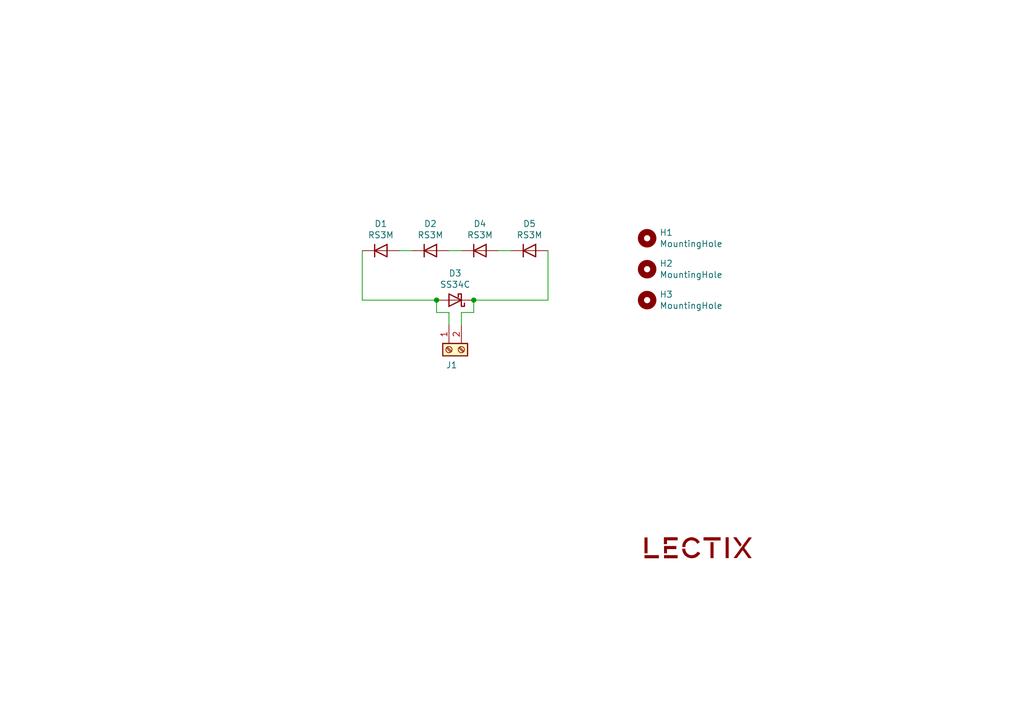
<source format=kicad_sch>
(kicad_sch (version 20211123) (generator eeschema)
  (paper "A5")
  (title_block (title "LEC001021") (date "2023-03-23") (rev "1.0") (company "LECTIX") (comment 1 "CERN-OHL-S-2.0 license"))
  (lib_symbols
    (symbol "0_connectors:Screw_Terminal_01x02_blue" (pin_names (offset 1.016) hide)
      (property "Reference" "J" (at 0 2.54 0))
      (property "Value" "0_connectors_Screw_Terminal_01x02_blue" (at 0 -5.08 0))
      (symbol "Screw_Terminal_01x02_blue_1_1"
        (rectangle (start -1.27 1.27) (end 1.27 -3.81) (stroke (width 0.254)) (fill (type background)))
        (circle (center 0 -2.54) (radius 0.635) (stroke (width 0.1524)))
        (polyline (pts (xy -0.5334 -2.2098) (xy 0.3302 -3.048)) (stroke (width 0.1524)))
        (polyline (pts (xy -0.5334 0.3302) (xy 0.3302 -0.508)) (stroke (width 0.1524)))
        (polyline (pts (xy -0.3556 -2.032) (xy 0.508 -2.8702)) (stroke (width 0.1524)))
        (polyline (pts (xy -0.3556 0.508) (xy 0.508 -0.3302)) (stroke (width 0.1524)))
        (circle (center 0 0) (radius 0.635) (stroke (width 0.1524)))
        (pin passive line (at -5.08 0 0) (length 3.81) (name "Pin_1") (number "1"))
        (pin passive line (at -5.08 -2.54 0) (length 3.81) (name "Pin_2") (number "2"))
      )
    )
    (symbol "0_diode:RS3M" (pin_numbers hide) (pin_names (offset 1.016) hide)
      (property "Reference" "D" (at 0 2.54 0))
      (property "Value" "0_diode_RS3M" (at 0 -2.54 0))
      (symbol "RS3M_0_1"
        (polyline (pts (xy -1.27 1.27) (xy -1.27 -1.27)) (stroke (width 0.254)))
        (polyline (pts (xy 1.27 0) (xy -1.27 0)))
        (polyline (pts (xy 1.27 1.27) (xy 1.27 -1.27) (xy -1.27 0) (xy 1.27 1.27)) (stroke (width 0.254)))
      )
      (symbol "RS3M_1_1"
        (pin passive line (at -3.81 0 0) (length 2.54) (name "K") (number "1"))
        (pin passive line (at 3.81 0 180) (length 2.54) (name "A") (number "2"))
      )
    )
    (symbol "0_diode:SS34C" (pin_numbers hide) (pin_names (offset 1.016) hide)
      (property "Reference" "D" (at 0 2.54 0))
      (property "Value" "0_diode_SS34C" (at 0 -2.54 0))
      (symbol "SS34C_0_1"
        (polyline (pts (xy 1.27 0) (xy -1.27 0)))
        (polyline (pts (xy 1.27 1.27) (xy 1.27 -1.27) (xy -1.27 0) (xy 1.27 1.27)) (stroke (width 0.254)))
        (polyline (pts (xy -1.905 0.635) (xy -1.905 1.27) (xy -1.27 1.27) (xy -1.27 -1.27) (xy -0.635 -1.27) (xy -0.635 -0.635)) (stroke (width 0.254)))
      )
      (symbol "SS34C_1_1"
        (pin passive line (at -3.81 0 0) (length 2.54) (name "K") (number "1"))
        (pin passive line (at 3.81 0 180) (length 2.54) (name "A") (number "2"))
      )
    )
    (symbol "0_logos:logo_lectix_25mm" (pin_names (offset 1.016))
      (symbol "logo_lectix_25mm_0_0"
        (polyline (pts (xy -10.1092 2.0574) (xy -10.668 2.0574) (xy -10.668 -1.1176) (xy -10.1092 -1.1176) (xy -10.1092 2.0574)) (stroke (width 0.0254)) (fill (type outline)))
        (polyline (pts (xy -7.7978 -1.5748) (xy -10.668 -1.5748) (xy -10.668 -2.1336) (xy -7.7978 -2.1336) (xy -7.7978 -1.5748)) (stroke (width 0.0254)) (fill (type outline)))
        (polyline (pts (xy -3.937 -1.5748) (xy -6.6548 -1.5748) (xy -6.6548 -2.1336) (xy -3.937 -2.1336) (xy -3.937 -1.5748)) (stroke (width 0.0254)) (fill (type outline)))
        (polyline (pts (xy 3.429 1.0922) (xy 2.8702 1.0922) (xy 2.8702 -2.1082) (xy 3.429 -2.1082) (xy 3.429 1.0922)) (stroke (width 0.0254)) (fill (type outline)))
        (polyline (pts (xy 4.8768 2.0828) (xy 1.4478 2.0828) (xy 1.4478 1.524) (xy 4.8768 1.524) (xy 4.8768 2.0828)) (stroke (width 0.0254)) (fill (type outline)))
        (polyline (pts (xy 6.5278 2.0828) (xy 5.9944 2.0828) (xy 5.9944 -2.1082) (xy 6.5278 -2.1082) (xy 6.5278 2.0828)) (stroke (width 0.0254)) (fill (type outline)))
        (polyline (pts (xy -6.1214 -0.254) (xy -4.2164 -0.254) (xy -4.2164 0.3048) (xy -6.6548 0.3048) (xy -6.6548 -1.1176) (xy -6.1214 -1.1176) (xy -6.1214 -0.254)) (stroke (width 0.0254)) (fill (type outline)))
        (polyline (pts (xy -6.1214 1.5494) (xy -3.937 1.5494) (xy -3.937 2.0828) (xy -6.6802 2.0828) (xy -6.6802 0.762) (xy -6.1214 0.762) (xy -6.1214 1.5494)) (stroke (width 0.0254)) (fill (type outline)))
        (polyline (pts (xy 8.9916 0.381) (xy 9.017 0.4318) (xy 9.0424 0.4572) (xy 9.0678 0.508) (xy 9.0932 0.5334) (xy 9.1186 0.5842) (xy 9.144 0.6096) (xy 9.144 0.635) (xy 9.1694 0.635) (xy 9.1694 0.6604) (xy 9.1186 0.7112) (xy 9.0678 0.8128) (xy 9.017 0.8636) (xy 8.9916 0.9144) (xy 8.9408 0.9906) (xy 8.89 1.0414) (xy 8.8392 1.1176) (xy 8.763 1.1938) (xy 8.7122 1.2954) (xy 8.6614 1.3716) (xy 8.128 2.0828) (xy 7.5692 2.0828) (xy 7.5692 2.0574) (xy 7.5946 2.0574) (xy 7.5946 2.032) (xy 7.6454 1.9812) (xy 7.6708 1.9304) (xy 7.7216 1.8796) (xy 7.747 1.8034) (xy 7.7978 1.7526) (xy 7.8994 1.6002) (xy 7.9756 1.524) (xy 8.0264 1.4478) (xy 8.1026 1.3462) (xy 8.1534 1.2446) (xy 8.2296 1.1684) (xy 8.255 1.1176) (xy 8.3312 1.0414) (xy 8.382 0.9398) (xy 8.4582 0.8636) (xy 8.509 0.762) (xy 8.5598 0.6858) (xy 8.6868 0.5588) (xy 8.7122 0.4826) (xy 8.763 0.4318) (xy 8.7884 0.381) (xy 8.8392 0.3556) (xy 8.8646 0.3048) (xy 8.8646 0.2794) (xy 8.89 0.2794) (xy 8.9916 0.381)) (stroke (width 0.0254)) (fill (type outline)))
        (polyline (pts (xy -2.3622 0.2794) (xy -2.3368 0.381) (xy -2.3368 0.508) (xy -2.3114 0.6096) (xy -2.286 0.6858) (xy -2.2352 0.8128) (xy -2.1844 0.9144) (xy -2.032 1.1176) (xy -1.9304 1.1938) (xy -1.8542 1.2954) (xy -1.7526 1.3462) (xy -1.6256 1.4224) (xy -1.524 1.4732) (xy -1.397 1.524) (xy -1.27 1.5494) (xy -0.8636 1.5494) (xy -0.762 1.524) (xy -0.635 1.4986) (xy -0.5334 1.4478) (xy -0.4064 1.397) (xy -0.3048 1.3462) (xy -0.2032 1.27) (xy -0.0508 1.1176) (xy 0.0508 0.9652) (xy 0.1016 0.9144) (xy 0.1016 0.889) (xy 0.127 0.8636) (xy 0.1778 0.8636) (xy 0.2286 0.9144) (xy 0.2794 0.9398) (xy 0.3048 0.9652) (xy 0.4064 1.016) (xy 0.4318 1.0414) (xy 0.4826 1.0668) (xy 0.5334 1.1176) (xy 0.5588 1.1176) (xy 0.5842 1.143) (xy 0.5842 1.1684) (xy 0.5588 1.1938) (xy 0.5588 1.2192) (xy 0.5334 1.2192) (xy 0.4572 1.3462) (xy 0.3556 1.4478) (xy 0.254 1.5748) (xy 0.1524 1.6764) (xy -0.2286 1.905) (xy -0.5334 2.0066) (xy -0.6604 2.0574) (xy -0.8128 2.0828) (xy -1.27 2.0828) (xy -1.3208 2.0574) (xy -1.4478 2.032) (xy -1.6002 2.0066) (xy -1.7272 1.9558) (xy -1.8034 1.9304) (xy -1.9558 1.8542) (xy -2.0828 1.778) (xy -2.1844 1.7018) (xy -2.3114 1.6002) (xy -2.413 1.4986) (xy -2.5146 1.3716) (xy -2.5908 1.27) (xy -2.7432 1.016) (xy -2.794 0.8636) (xy -2.8448 0.7366) (xy -2.8702 0.5842) (xy -2.8956 0.4572) (xy -2.8956 0.3048) (xy -2.921 0.1778) (xy -2.3622 0.1778) (xy -2.3622 0.2794)) (stroke (width 0.0254)) (fill (type outline)))
        (polyline (pts (xy -0.8636 -2.1082) (xy -0.6604 -2.1082) (xy -0.6096 -2.0828) (xy -0.4826 -2.0574) (xy -0.1778 -1.9558) (xy 0.0762 -1.8034) (xy 0.2032 -1.7018) (xy 0.3048 -1.6002) (xy 0.4318 -1.4986) (xy 0.5334 -1.3716) (xy 0.6096 -1.2446) (xy 0.635 -1.1938) (xy 0.6858 -1.143) (xy 0.6604 -1.1176) (xy 0.635 -1.1176) (xy 0.6096 -1.0922) (xy 0.5842 -1.0922) (xy 0.5588 -1.0668) (xy 0.3556 -0.9652) (xy 0.3302 -0.9398) (xy 0.2794 -0.9398) (xy 0.254 -0.9144) (xy 0.2032 -0.889) (xy 0.1778 -0.889) (xy 0.1778 -0.8636) (xy 0.1524 -0.889) (xy 0.1524 -0.9144) (xy 0.127 -0.9652) (xy -0.0254 -1.1684) (xy -0.3302 -1.397) (xy -0.4318 -1.4478) (xy -0.6858 -1.5494) (xy -0.7874 -1.5748) (xy -0.8382 -1.5748) (xy -0.9144 -1.6002) (xy -1.1684 -1.6002) (xy -1.27 -1.5748) (xy -1.397 -1.5494) (xy -1.651 -1.4478) (xy -1.7526 -1.3716) (xy -1.8542 -1.3208) (xy -1.8542 -1.2954) (xy -1.9558 -1.2192) (xy -2.0574 -1.1176) (xy -2.1336 -1.016) (xy -2.1844 -0.9144) (xy -2.2606 -0.8128) (xy -2.286 -0.6858) (xy -2.3368 -0.5588) (xy -2.3622 -0.4572) (xy -2.3622 -0.254) (xy -2.921 -0.254) (xy -2.921 -0.4318) (xy -2.8956 -0.4572) (xy -2.8956 -0.6096) (xy -2.8448 -0.762) (xy -2.794 -0.889) (xy -2.7432 -1.0414) (xy -2.5908 -1.2954) (xy -2.3876 -1.5494) (xy -2.3368 -1.5748) (xy -2.286 -1.651) (xy -2.2098 -1.7018) (xy -2.159 -1.7526) (xy -2.0828 -1.8034) (xy -2.0574 -1.8034) (xy -1.8034 -1.9558) (xy -1.651 -2.0066) (xy -1.524 -2.0574) (xy -1.3716 -2.0828) (xy -1.2446 -2.1082) (xy -1.1938 -2.1082) (xy -1.1684 -2.1336) (xy -0.9144 -2.1336) (xy -0.8636 -2.1082)) (stroke (width 0.0254)) (fill (type outline)))
        (polyline (pts (xy 11.2014 -2.0574) (xy 11.1506 -2.0066) (xy 11.1252 -1.9558) (xy 11.0236 -1.8542) (xy 10.8204 -1.5494) (xy 10.7442 -1.4478) (xy 10.6934 -1.3716) (xy 10.4648 -1.0668) (xy 10.4394 -1.016) (xy 10.287 -0.8128) (xy 10.2362 -0.7366) (xy 10.16 -0.635) (xy 10.1092 -0.5588) (xy 10.033 -0.4826) (xy 9.8806 -0.254) (xy 9.8552 -0.2032) (xy 9.8044 -0.1524) (xy 9.779 -0.1016) (xy 9.7536 -0.0762) (xy 9.7536 -0.0508) (xy 9.7282 -0.0508) (xy 9.7282 -0.0254) (xy 9.779 0.0254) (xy 9.8044 0.0762) (xy 9.8298 0.1016) (xy 9.8806 0.1778) (xy 9.906 0.2286) (xy 9.9568 0.3048) (xy 10.033 0.381) (xy 10.1346 0.5334) (xy 10.2108 0.6096) (xy 10.2616 0.7112) (xy 10.4902 1.016) (xy 11.2522 2.0574) (xy 10.668 2.0574) (xy 10.668 2.032) (xy 10.6426 2.0066) (xy 10.5918 1.905) (xy 10.4902 1.8034) (xy 10.3886 1.651) (xy 10.3124 1.5748) (xy 10.2616 1.4732) (xy 10.033 1.1684) (xy 9.9314 1.0414) (xy 9.8552 0.9398) (xy 9.7536 0.8128) (xy 9.6774 0.6858) (xy 9.5758 0.5334) (xy 9.4742 0.4064) (xy 9.3726 0.254) (xy 9.271 0.127) (xy 9.1694 -0.0254) (xy 7.6454 -2.0828) (xy 8.2296 -2.0828) (xy 8.255 -2.0574) (xy 8.255 -2.032) (xy 8.3058 -1.9812) (xy 8.3312 -1.9304) (xy 8.382 -1.8796) (xy 8.4074 -1.8288) (xy 8.5598 -1.6002) (xy 8.636 -1.524) (xy 8.6868 -1.4478) (xy 8.763 -1.3462) (xy 8.8392 -1.27) (xy 8.89 -1.1938) (xy 8.9408 -1.0922) (xy 9.017 -1.016) (xy 9.2202 -0.7112) (xy 9.3218 -0.6096) (xy 9.3726 -0.508) (xy 9.4234 -0.4572) (xy 9.4234 -0.4318) (xy 9.4488 -0.4318) (xy 9.4488 -0.4572) (xy 9.525 -0.5334) (xy 9.5504 -0.5842) (xy 9.6012 -0.635) (xy 9.6266 -0.7112) (xy 9.6774 -0.762) (xy 9.779 -0.9144) (xy 9.8552 -0.9906) (xy 9.906 -1.0922) (xy 9.9822 -1.1684) (xy 10.033 -1.27) (xy 10.6426 -2.1082) (xy 11.2014 -2.1082) (xy 11.2014 -2.0574)) (stroke (width 0.0254)) (fill (type outline)))
      )
    )
    (symbol "Mechanical:MountingHole" (pin_names (offset 1.016))
      (property "Reference" "H" (at 0 5.08 0))
      (property "Value" "MountingHole" (at 0 3.175 0))
      (symbol "MountingHole_0_1"
        (circle (center 0 0) (radius 1.27) (stroke (width 1.27)))
      )
    )
  )
  (junction (at 89.535 61.595))
  (junction (at 97.155 61.595))
  (wire (pts (xy 74.295 51.435) (xy 74.295 61.595)))
  (wire (pts (xy 94.615 51.435) (xy 92.075 51.435)))
  (wire (pts (xy 97.155 61.595) (xy 112.395 61.595)))
  (wire (pts (xy 74.295 61.595) (xy 89.535 61.595)))
  (wire (pts (xy 104.775 51.435) (xy 102.235 51.435)))
  (wire (pts (xy 97.155 64.135) (xy 97.155 61.595)))
  (wire (pts (xy 112.395 61.595) (xy 112.395 51.435)))
  (wire (pts (xy 89.535 64.135) (xy 89.535 61.595)))
  (wire (pts (xy 92.075 66.675) (xy 92.075 64.135)))
  (wire (pts (xy 94.615 66.675) (xy 94.615 64.135)))
  (wire (pts (xy 92.075 64.135) (xy 89.535 64.135)))
  (wire (pts (xy 84.455 51.435) (xy 81.915 51.435)))
  (wire (pts (xy 94.615 64.135) (xy 97.155 64.135)))
  (symbol (lib_id "Mechanical:MountingHole") (at 132.715 55.245 0) (unit 1)
    (property "Reference" "H2" (at 135.255 54.0766 0) (effects (justify left)))
    (property "Value" "MountingHole" (at 135.255 56.388 0) (effects (justify left)))
    (property "Footprint" "0_mechanical:MountingHole_3.2mm_M3" (effects hide))
  )
  (symbol (lib_id "0_connectors:Screw_Terminal_01x02_blue") (at 92.075 71.755 90) (mirror x) (unit 1)
    (property "Reference" "J1" (at 91.44 74.93 90) (effects (justify right)))
    (property "Value" "Screw_Terminal_01x02_blue" (effects hide))
    (property "Footprint" "0_connectors:TerminalBlock_bornier-2_P5.08mm-blue" (effects hide))
    (property "Datasheet" "https://datasheet.lcsc.com/szlcsc/1912111437_DIBO-DB301V-5-0-2P-BU-S_C395882.pdf" (effects hide))
    (property "LCSC" "C395882" (effects hide))
    (property "MPN" "DB301V-5.0-2P-BU-S" (effects hide))
    (property "Mfr" "DIBO" (effects hide))
    (property "Supplier" "LCSC" (effects hide))
    (property "JLCPCB_CORRECTION" "2.54;0;0" (effects hide))
  )
  (symbol (lib_id "0_logos:logo_lectix_25mm") (at 142.875 112.395 0) (unit 1)
    (property "Reference" "LOGO1" (effects hide))
    (property "Value" "logo_lectix_25mm" (effects hide))
    (property "Footprint" "0_logos:Logo_10mm" (effects hide))
  )
  (symbol (lib_id "0_diode:SS34C") (at 93.345 61.595 180) (unit 1)
    (property "Reference" "D3" (at 93.345 56.0832 0))
    (property "Value" "SS34C" (at 93.345 58.3946 0))
    (property "Footprint" "Diode_SMD:D_SMC" (effects hide))
    (property "Datasheet" "https://datasheet.lcsc.com/szlcsc/1811051603_MDD-Microdiode-Electronics-SS34C_C13763.pdf" (effects hide))
    (property "LCSC" "C13763" (effects hide))
    (property "MPN" "SS34C" (effects hide))
    (property "Manufacturer" "MDD" (effects hide))
  )
  (symbol (lib_id "0_diode:RS3M") (at 108.585 51.435 0) (unit 1)
    (property "Reference" "D5" (at 108.585 45.9232 0))
    (property "Value" "RS3M" (at 108.585 48.2346 0))
    (property "Footprint" "Diode_SMD:D_SMC" (effects hide))
    (property "Datasheet" "https://datasheet.lcsc.com/szlcsc/1811131658_LGE-RS3M_C330389.pdf" (effects hide))
    (property "LCSC" "C330389" (effects hide))
    (property "MPN" "RS3M" (effects hide))
    (property "Manufacturer" "LGE" (effects hide))
  )
  (symbol (lib_id "0_diode:RS3M") (at 98.425 51.435 0) (unit 1)
    (property "Reference" "D4" (at 98.425 45.9232 0))
    (property "Value" "RS3M" (at 98.425 48.2346 0))
    (property "Footprint" "Diode_SMD:D_SMC" (effects hide))
    (property "Datasheet" "https://datasheet.lcsc.com/szlcsc/1811131658_LGE-RS3M_C330389.pdf" (effects hide))
    (property "LCSC" "C330389" (effects hide))
    (property "MPN" "RS3M" (effects hide))
    (property "Manufacturer" "LGE" (effects hide))
  )
  (symbol (lib_id "0_diode:RS3M") (at 88.265 51.435 0) (unit 1)
    (property "Reference" "D2" (at 88.265 45.9232 0))
    (property "Value" "RS3M" (at 88.265 48.2346 0))
    (property "Footprint" "Diode_SMD:D_SMC" (effects hide))
    (property "Datasheet" "https://datasheet.lcsc.com/szlcsc/1811131658_LGE-RS3M_C330389.pdf" (effects hide))
    (property "LCSC" "C330389" (effects hide))
    (property "MPN" "RS3M" (effects hide))
    (property "Manufacturer" "LGE" (effects hide))
  )
  (symbol (lib_id "0_diode:RS3M") (at 78.105 51.435 0) (unit 1)
    (property "Reference" "D1" (at 78.105 45.9232 0))
    (property "Value" "RS3M" (at 78.105 48.2346 0))
    (property "Footprint" "Diode_SMD:D_SMC" (effects hide))
    (property "Datasheet" "https://datasheet.lcsc.com/szlcsc/1811131658_LGE-RS3M_C330389.pdf" (effects hide))
    (property "LCSC" "C330389" (effects hide))
    (property "MPN" "RS3M" (effects hide))
    (property "Manufacturer" "LGE" (effects hide))
  )
  (symbol (lib_id "Mechanical:MountingHole") (at 132.715 61.595 0) (unit 1)
    (property "Reference" "H3" (at 135.255 60.4266 0) (effects (justify left)))
    (property "Value" "MountingHole" (at 135.255 62.738 0) (effects (justify left)))
    (property "Footprint" "0_mechanical:MountingHole_3.2mm_M3" (effects hide))
  )
  (symbol (lib_id "Mechanical:MountingHole") (at 132.715 48.895 0) (unit 1)
    (property "Reference" "H1" (at 135.255 47.7266 0) (effects (justify left)))
    (property "Value" "MountingHole" (at 135.255 50.038 0) (effects (justify left)))
    (property "Footprint" "0_mechanical:MountingHole_3.2mm_M3" (effects hide))
  )
)
</source>
